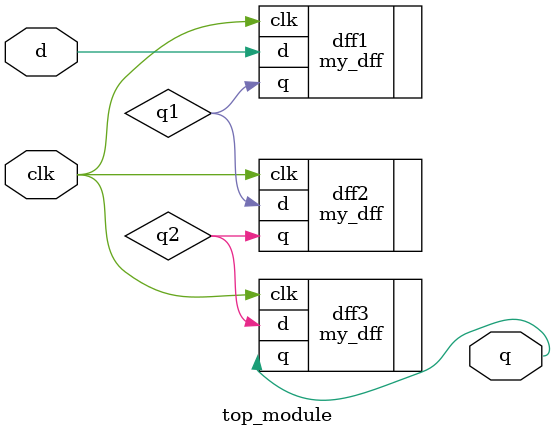
<source format=v>
module top_module ( input clk, input d, output q );

    wire q1, q2;
    my_dff dff1(
        .clk(clk),
        .d(d),
        .q(q1)
    );
    my_dff dff2(
        .clk(clk),
        .d(q1),
        .q(q2)
    );
    my_dff dff3(
        .clk(clk),
        .d(q2),
        .q(q)
    );
endmodule


</source>
